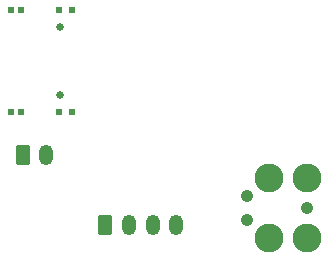
<source format=gbr>
%TF.GenerationSoftware,KiCad,Pcbnew,(6.0.7)*%
%TF.CreationDate,2022-09-26T20:50:42-04:00*%
%TF.ProjectId,STM32G4_USB_PD,53544d33-3247-4345-9f55-53425f50442e,rev?*%
%TF.SameCoordinates,Original*%
%TF.FileFunction,Soldermask,Bot*%
%TF.FilePolarity,Negative*%
%FSLAX46Y46*%
G04 Gerber Fmt 4.6, Leading zero omitted, Abs format (unit mm)*
G04 Created by KiCad (PCBNEW (6.0.7)) date 2022-09-26 20:50:42*
%MOMM*%
%LPD*%
G01*
G04 APERTURE LIST*
G04 Aperture macros list*
%AMRoundRect*
0 Rectangle with rounded corners*
0 $1 Rounding radius*
0 $2 $3 $4 $5 $6 $7 $8 $9 X,Y pos of 4 corners*
0 Add a 4 corners polygon primitive as box body*
4,1,4,$2,$3,$4,$5,$6,$7,$8,$9,$2,$3,0*
0 Add four circle primitives for the rounded corners*
1,1,$1+$1,$2,$3*
1,1,$1+$1,$4,$5*
1,1,$1+$1,$6,$7*
1,1,$1+$1,$8,$9*
0 Add four rect primitives between the rounded corners*
20,1,$1+$1,$2,$3,$4,$5,0*
20,1,$1+$1,$4,$5,$6,$7,0*
20,1,$1+$1,$6,$7,$8,$9,0*
20,1,$1+$1,$8,$9,$2,$3,0*%
G04 Aperture macros list end*
%ADD10C,2.451000*%
%ADD11C,1.067000*%
%ADD12C,0.609600*%
%ADD13C,0.660400*%
%ADD14RoundRect,0.250000X-0.350000X-0.625000X0.350000X-0.625000X0.350000X0.625000X-0.350000X0.625000X0*%
%ADD15O,1.200000X1.750000*%
G04 APERTURE END LIST*
D10*
%TO.C,J2*%
X110365000Y-89040000D03*
X113540000Y-89040000D03*
X113540000Y-83960000D03*
D11*
X108460000Y-85484000D03*
X108460000Y-87516000D03*
X113540000Y-86500000D03*
D10*
X110365000Y-83960000D03*
%TD*%
D12*
%TO.C,J1*%
X89333900Y-69680000D03*
X93666300Y-78320000D03*
X92574100Y-78320000D03*
X88546500Y-78320000D03*
X88546500Y-69680000D03*
X89333900Y-78320000D03*
X93666300Y-69679998D03*
X92574100Y-69679998D03*
D13*
X92620201Y-71110001D03*
X92620201Y-76889999D03*
%TD*%
D14*
%TO.C,J4*%
X89500000Y-81950000D03*
D15*
X91500000Y-81950000D03*
%TD*%
D14*
%TO.C,J3*%
X96500000Y-87950000D03*
D15*
X98500000Y-87950000D03*
X100500000Y-87950000D03*
X102500000Y-87950000D03*
%TD*%
M02*

</source>
